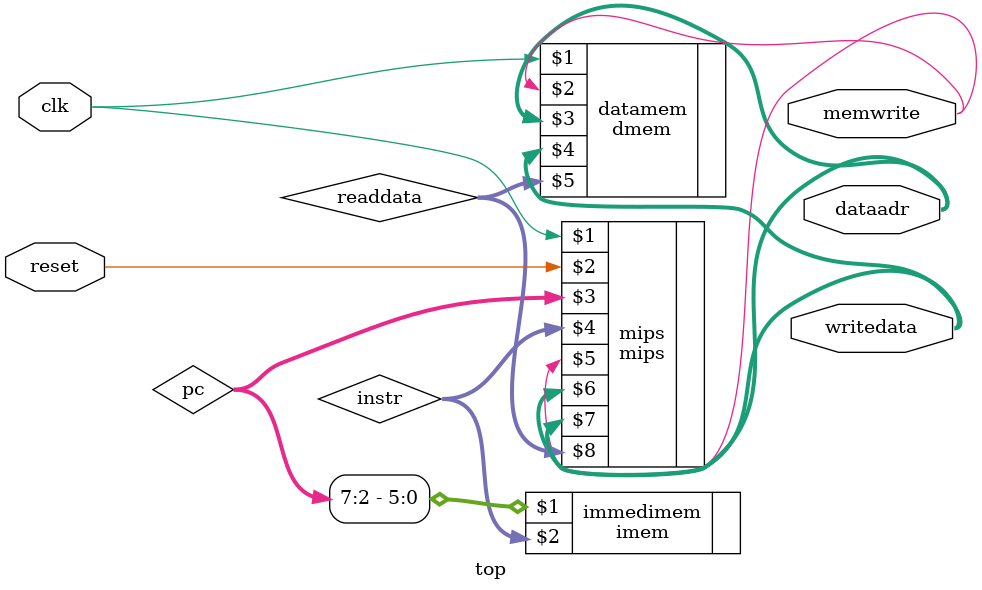
<source format=v>

module top     (input clk, reset,
		output [31:0] writedata, dataadr,
		output memwrite);

  wire [31:0] pc, instr, readdata;
  
  // CHANGES END
  
  // processor and memories are instantiated here 
  mips mips(clk, reset, pc, instr, memwrite, dataadr, writedata, readdata);
  imem immedimem(pc[7:2], instr);
  dmem datamem(clk, memwrite, dataadr, writedata, readdata);

endmodule

</source>
